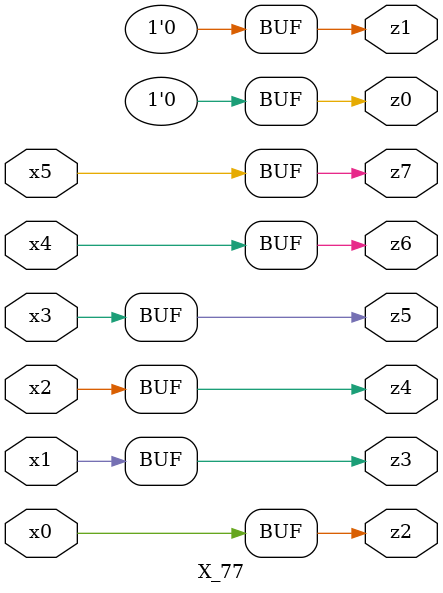
<source format=v>

module X_77 ( 
    x0, x1, x2, x3, x4, x5,
    z0, z1, z2, z3, z4, z5, z6, z7  );
  input  x0, x1, x2, x3, x4, x5;
  output z0, z1, z2, z3, z4, z5, z6, z7;
  assign z0 = 1'b0;
  assign z1 = 1'b0;
  assign z2 = x0;
  assign z3 = x1;
  assign z4 = x2;
  assign z5 = x3;
  assign z6 = x4;
  assign z7 = x5;
endmodule



</source>
